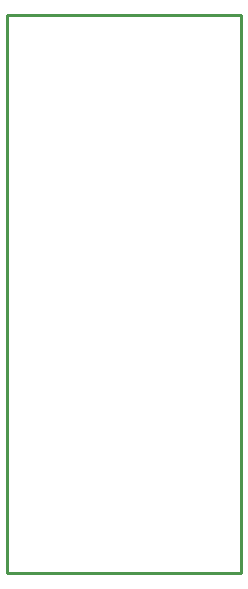
<source format=gbr>
G04 EAGLE Gerber RS-274X export*
G75*
%MOMM*%
%FSLAX34Y34*%
%LPD*%
%IN*%
%IPPOS*%
%AMOC8*
5,1,8,0,0,1.08239X$1,22.5*%
G01*
%ADD10C,0.254000*%


D10*
X65278Y-234950D02*
X262690Y-234950D01*
X262690Y237797D01*
X65278Y237797D01*
X65278Y-234950D01*
M02*

</source>
